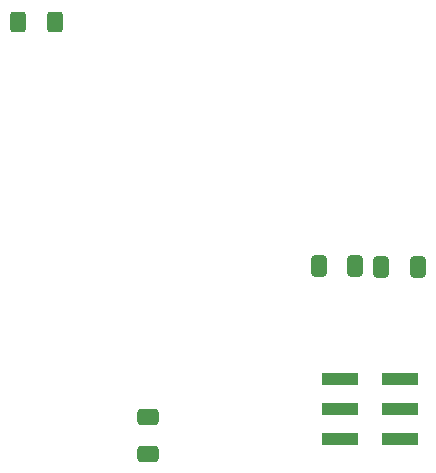
<source format=gbr>
%TF.GenerationSoftware,KiCad,Pcbnew,8.0.1-rc1*%
%TF.CreationDate,2024-05-12T16:22:44-07:00*%
%TF.ProjectId,Automotive Monitoring System CANBus Sensor,4175746f-6d6f-4746-9976-65204d6f6e69,rev?*%
%TF.SameCoordinates,Original*%
%TF.FileFunction,Paste,Top*%
%TF.FilePolarity,Positive*%
%FSLAX46Y46*%
G04 Gerber Fmt 4.6, Leading zero omitted, Abs format (unit mm)*
G04 Created by KiCad (PCBNEW 8.0.1-rc1) date 2024-05-12 16:22:44*
%MOMM*%
%LPD*%
G01*
G04 APERTURE LIST*
G04 Aperture macros list*
%AMRoundRect*
0 Rectangle with rounded corners*
0 $1 Rounding radius*
0 $2 $3 $4 $5 $6 $7 $8 $9 X,Y pos of 4 corners*
0 Add a 4 corners polygon primitive as box body*
4,1,4,$2,$3,$4,$5,$6,$7,$8,$9,$2,$3,0*
0 Add four circle primitives for the rounded corners*
1,1,$1+$1,$2,$3*
1,1,$1+$1,$4,$5*
1,1,$1+$1,$6,$7*
1,1,$1+$1,$8,$9*
0 Add four rect primitives between the rounded corners*
20,1,$1+$1,$2,$3,$4,$5,0*
20,1,$1+$1,$4,$5,$6,$7,0*
20,1,$1+$1,$6,$7,$8,$9,0*
20,1,$1+$1,$8,$9,$2,$3,0*%
G04 Aperture macros list end*
%ADD10RoundRect,0.250000X-0.650000X0.412500X-0.650000X-0.412500X0.650000X-0.412500X0.650000X0.412500X0*%
%ADD11RoundRect,0.250000X-0.400000X-0.625000X0.400000X-0.625000X0.400000X0.625000X-0.400000X0.625000X0*%
%ADD12R,3.150000X1.000000*%
%ADD13RoundRect,0.250000X-0.412500X-0.650000X0.412500X-0.650000X0.412500X0.650000X-0.412500X0.650000X0*%
%ADD14RoundRect,0.250000X0.412500X0.650000X-0.412500X0.650000X-0.412500X-0.650000X0.412500X-0.650000X0*%
G04 APERTURE END LIST*
D10*
%TO.C,C3*%
X118750400Y-91371500D03*
X118750400Y-94496500D03*
%TD*%
D11*
%TO.C,R7*%
X107748000Y-57900400D03*
X110848000Y-57900400D03*
%TD*%
D12*
%TO.C,J1*%
X135018300Y-88122100D03*
X140068300Y-88122100D03*
X135018300Y-90662100D03*
X140068300Y-90662100D03*
X135018300Y-93202100D03*
X140068300Y-93202100D03*
%TD*%
D13*
%TO.C,C1*%
X133188000Y-78622500D03*
X136313000Y-78622500D03*
%TD*%
D14*
%TO.C,C7*%
X141583900Y-78633600D03*
X138458900Y-78633600D03*
%TD*%
M02*

</source>
